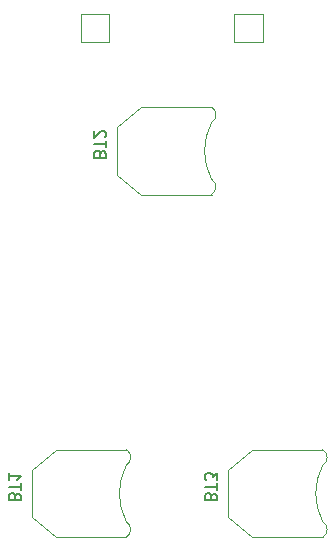
<source format=gbr>
%TF.GenerationSoftware,KiCad,Pcbnew,7.0.11*%
%TF.CreationDate,2025-02-10T21:59:36-08:00*%
%TF.ProjectId,enderman,656e6465-726d-4616-9e2e-6b696361645f,rev?*%
%TF.SameCoordinates,PX6ed1240PY84f1340*%
%TF.FileFunction,Legend,Bot*%
%TF.FilePolarity,Positive*%
%FSLAX46Y46*%
G04 Gerber Fmt 4.6, Leading zero omitted, Abs format (unit mm)*
G04 Created by KiCad (PCBNEW 7.0.11) date 2025-02-10 21:59:36*
%MOMM*%
%LPD*%
G01*
G04 APERTURE LIST*
%ADD10C,0.150000*%
%ADD11C,0.120000*%
G04 APERTURE END LIST*
D10*
X16456490Y85964286D02*
X16408871Y86107143D01*
X16408871Y86107143D02*
X16361252Y86154762D01*
X16361252Y86154762D02*
X16266014Y86202381D01*
X16266014Y86202381D02*
X16123157Y86202381D01*
X16123157Y86202381D02*
X16027919Y86154762D01*
X16027919Y86154762D02*
X15980300Y86107143D01*
X15980300Y86107143D02*
X15932680Y86011905D01*
X15932680Y86011905D02*
X15932680Y85630953D01*
X15932680Y85630953D02*
X16932680Y85630953D01*
X16932680Y85630953D02*
X16932680Y85964286D01*
X16932680Y85964286D02*
X16885061Y86059524D01*
X16885061Y86059524D02*
X16837442Y86107143D01*
X16837442Y86107143D02*
X16742204Y86154762D01*
X16742204Y86154762D02*
X16646966Y86154762D01*
X16646966Y86154762D02*
X16551728Y86107143D01*
X16551728Y86107143D02*
X16504109Y86059524D01*
X16504109Y86059524D02*
X16456490Y85964286D01*
X16456490Y85964286D02*
X16456490Y85630953D01*
X16932680Y86488096D02*
X16932680Y87059524D01*
X15932680Y86773810D02*
X16932680Y86773810D01*
X16837442Y87345239D02*
X16885061Y87392858D01*
X16885061Y87392858D02*
X16932680Y87488096D01*
X16932680Y87488096D02*
X16932680Y87726191D01*
X16932680Y87726191D02*
X16885061Y87821429D01*
X16885061Y87821429D02*
X16837442Y87869048D01*
X16837442Y87869048D02*
X16742204Y87916667D01*
X16742204Y87916667D02*
X16646966Y87916667D01*
X16646966Y87916667D02*
X16504109Y87869048D01*
X16504109Y87869048D02*
X15932680Y87297620D01*
X15932680Y87297620D02*
X15932680Y87916667D01*
X25868990Y56964286D02*
X25821371Y57107143D01*
X25821371Y57107143D02*
X25773752Y57154762D01*
X25773752Y57154762D02*
X25678514Y57202381D01*
X25678514Y57202381D02*
X25535657Y57202381D01*
X25535657Y57202381D02*
X25440419Y57154762D01*
X25440419Y57154762D02*
X25392800Y57107143D01*
X25392800Y57107143D02*
X25345180Y57011905D01*
X25345180Y57011905D02*
X25345180Y56630953D01*
X25345180Y56630953D02*
X26345180Y56630953D01*
X26345180Y56630953D02*
X26345180Y56964286D01*
X26345180Y56964286D02*
X26297561Y57059524D01*
X26297561Y57059524D02*
X26249942Y57107143D01*
X26249942Y57107143D02*
X26154704Y57154762D01*
X26154704Y57154762D02*
X26059466Y57154762D01*
X26059466Y57154762D02*
X25964228Y57107143D01*
X25964228Y57107143D02*
X25916609Y57059524D01*
X25916609Y57059524D02*
X25868990Y56964286D01*
X25868990Y56964286D02*
X25868990Y56630953D01*
X26345180Y57488096D02*
X26345180Y58059524D01*
X25345180Y57773810D02*
X26345180Y57773810D01*
X26345180Y58297620D02*
X26345180Y58916667D01*
X26345180Y58916667D02*
X25964228Y58583334D01*
X25964228Y58583334D02*
X25964228Y58726191D01*
X25964228Y58726191D02*
X25916609Y58821429D01*
X25916609Y58821429D02*
X25868990Y58869048D01*
X25868990Y58869048D02*
X25773752Y58916667D01*
X25773752Y58916667D02*
X25535657Y58916667D01*
X25535657Y58916667D02*
X25440419Y58869048D01*
X25440419Y58869048D02*
X25392800Y58821429D01*
X25392800Y58821429D02*
X25345180Y58726191D01*
X25345180Y58726191D02*
X25345180Y58440477D01*
X25345180Y58440477D02*
X25392800Y58345239D01*
X25392800Y58345239D02*
X25440419Y58297620D01*
X9243990Y56964286D02*
X9196371Y57107143D01*
X9196371Y57107143D02*
X9148752Y57154762D01*
X9148752Y57154762D02*
X9053514Y57202381D01*
X9053514Y57202381D02*
X8910657Y57202381D01*
X8910657Y57202381D02*
X8815419Y57154762D01*
X8815419Y57154762D02*
X8767800Y57107143D01*
X8767800Y57107143D02*
X8720180Y57011905D01*
X8720180Y57011905D02*
X8720180Y56630953D01*
X8720180Y56630953D02*
X9720180Y56630953D01*
X9720180Y56630953D02*
X9720180Y56964286D01*
X9720180Y56964286D02*
X9672561Y57059524D01*
X9672561Y57059524D02*
X9624942Y57107143D01*
X9624942Y57107143D02*
X9529704Y57154762D01*
X9529704Y57154762D02*
X9434466Y57154762D01*
X9434466Y57154762D02*
X9339228Y57107143D01*
X9339228Y57107143D02*
X9291609Y57059524D01*
X9291609Y57059524D02*
X9243990Y56964286D01*
X9243990Y56964286D02*
X9243990Y56630953D01*
X9720180Y57488096D02*
X9720180Y58059524D01*
X8720180Y57773810D02*
X9720180Y57773810D01*
X8720180Y58916667D02*
X8720180Y58345239D01*
X8720180Y58630953D02*
X9720180Y58630953D01*
X9720180Y58630953D02*
X9577323Y58535715D01*
X9577323Y58535715D02*
X9482085Y58440477D01*
X9482085Y58440477D02*
X9434466Y58345239D01*
D11*
%TO.C,BT2*%
X25887500Y82500000D02*
X19887500Y82500000D01*
X17887500Y84200000D02*
X19887500Y82500000D01*
X17887500Y84200000D02*
X17887500Y88200000D01*
X17887500Y88200000D02*
X19887500Y89900000D01*
X25887500Y89900000D02*
X19887500Y89900000D01*
X25878173Y82494352D02*
G75*
G03*
X25887500Y83800000I-390674J655648D01*
G01*
X25882915Y88591383D02*
G75*
G03*
X25887500Y83800000I4504582J-2391383D01*
G01*
X25881472Y88592627D02*
G75*
G03*
X25887500Y89903723I-393972J657373D01*
G01*
%TO.C,BT3*%
X35300000Y53500000D02*
X29300000Y53500000D01*
X27300000Y55200000D02*
X29300000Y53500000D01*
X27300000Y55200000D02*
X27300000Y59200000D01*
X27300000Y59200000D02*
X29300000Y60900000D01*
X35300000Y60900000D02*
X29300000Y60900000D01*
X35290673Y53494352D02*
G75*
G03*
X35300000Y54800000I-390674J655648D01*
G01*
X35295415Y59591383D02*
G75*
G03*
X35300000Y54800000I4504582J-2391383D01*
G01*
X35293972Y59592627D02*
G75*
G03*
X35300000Y60903723I-393972J657373D01*
G01*
%TO.C,TP1*%
X30200000Y95400000D02*
X30200000Y97800000D01*
X30200000Y97800000D02*
X27800000Y97800000D01*
X27800000Y95400000D02*
X30200000Y95400000D01*
X27800000Y97800000D02*
X27800000Y95400000D01*
%TO.C,BT1*%
X18675000Y53500000D02*
X12675000Y53500000D01*
X10675000Y55200000D02*
X12675000Y53500000D01*
X10675000Y55200000D02*
X10675000Y59200000D01*
X10675000Y59200000D02*
X12675000Y60900000D01*
X18675000Y60900000D02*
X12675000Y60900000D01*
X18665673Y53494352D02*
G75*
G03*
X18675000Y54800000I-390674J655648D01*
G01*
X18670415Y59591383D02*
G75*
G03*
X18675000Y54800000I4504582J-2391383D01*
G01*
X18668972Y59592627D02*
G75*
G03*
X18675000Y60903723I-393972J657373D01*
G01*
%TO.C,TP2*%
X17200000Y95400000D02*
X17200000Y97800000D01*
X17200000Y97800000D02*
X14800000Y97800000D01*
X14800000Y95400000D02*
X17200000Y95400000D01*
X14800000Y97800000D02*
X14800000Y95400000D01*
%TD*%
M02*

</source>
